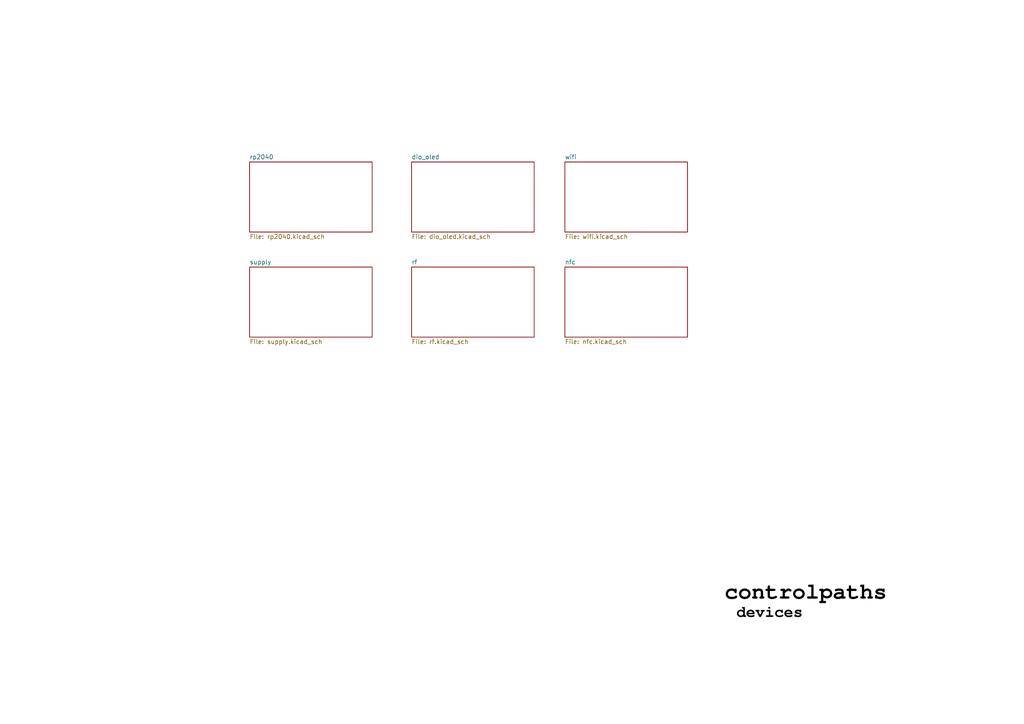
<source format=kicad_sch>
(kicad_sch (version 20230121) (generator eeschema)
  (paper "A4")
  (title_block (title "RP2040 PMOD") (rev "1a") (company "controlpaths devices"))
  (lib_symbols)
  (image (at 233.68 173.99) (scale 0.772348))
  (sheet (at 119.38 46.99) (size 35.56 20.32) (stroke (width 0.1524))
    (property "Sheetname" "dio_oled" (at 119.38 46.2784 0) (effects (justify left bottom)))
    (property "Sheetfile" "dio_oled.kicad_sch" (at 119.38 67.8946 0) (effects (justify left top)))
  )
  (sheet (at 72.39 77.47) (size 35.56 20.32) (stroke (width 0.1524))
    (property "Sheetname" "supply" (at 72.39 76.7584 0) (effects (justify left bottom)))
    (property "Sheetfile" "supply.kicad_sch" (at 72.39 98.3746 0) (effects (justify left top)))
  )
  (sheet (at 119.38 77.47) (size 35.56 20.32) (stroke (width 0.1524))
    (property "Sheetname" "rf" (at 119.38 76.7584 0) (effects (justify left bottom)))
    (property "Sheetfile" "rf.kicad_sch" (at 119.38 98.3746 0) (effects (justify left top)))
  )
  (sheet (at 163.83 77.47) (size 35.56 20.32) (stroke (width 0.1524))
    (property "Sheetname" "nfc" (at 163.83 76.7584 0) (effects (justify left bottom)))
    (property "Sheetfile" "nfc.kicad_sch" (at 163.83 98.3746 0) (effects (justify left top)))
  )
  (sheet (at 163.83 46.99) (size 35.56 20.32) (stroke (width 0.1524))
    (property "Sheetname" "wifi" (at 163.83 46.2784 0) (effects (justify left bottom)))
    (property "Sheetfile" "wifi.kicad_sch" (at 163.83 67.8946 0) (effects (justify left top)))
  )
  (sheet (at 72.39 46.99) (size 35.56 20.32) (stroke (width 0.1524))
    (property "Sheetname" "rp2040" (at 72.39 46.2784 0) (effects (justify left bottom)))
    (property "Sheetfile" "rp2040.kicad_sch" (at 72.39 67.8946 0) (effects (justify left top)))
  )
)
</source>
